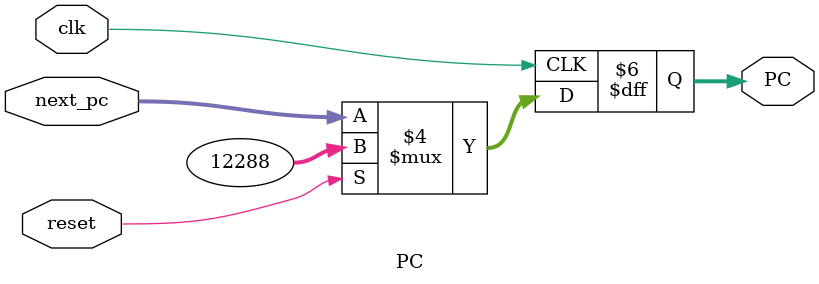
<source format=v>
`timescale 1ns / 1ps
module PC(
    input clk,
    input reset,
    input [31:0] next_pc,
    output reg [31:0] PC
    );
    always @(posedge clk)begin
        if(reset==1) begin
            PC <= 32'h00003000;
        end
        else begin
				PC <= next_pc;
        end
    end

endmodule

</source>
